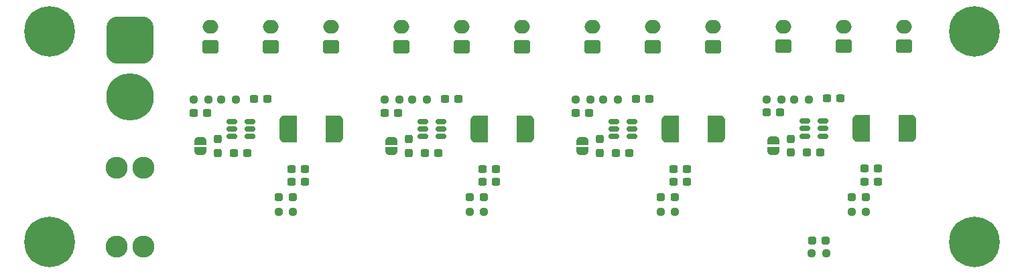
<source format=gts>
G04 #@! TF.GenerationSoftware,KiCad,Pcbnew,(6.0.9)*
G04 #@! TF.CreationDate,2023-02-01T20:08:34-08:00*
G04 #@! TF.ProjectId,regulator_board,72656775-6c61-4746-9f72-5f626f617264,rev?*
G04 #@! TF.SameCoordinates,Original*
G04 #@! TF.FileFunction,Soldermask,Top*
G04 #@! TF.FilePolarity,Negative*
%FSLAX46Y46*%
G04 Gerber Fmt 4.6, Leading zero omitted, Abs format (unit mm)*
G04 Created by KiCad (PCBNEW (6.0.9)) date 2023-02-01 20:08:34*
%MOMM*%
%LPD*%
G01*
G04 APERTURE LIST*
G04 Aperture macros list*
%AMRoundRect*
0 Rectangle with rounded corners*
0 $1 Rounding radius*
0 $2 $3 $4 $5 $6 $7 $8 $9 X,Y pos of 4 corners*
0 Add a 4 corners polygon primitive as box body*
4,1,4,$2,$3,$4,$5,$6,$7,$8,$9,$2,$3,0*
0 Add four circle primitives for the rounded corners*
1,1,$1+$1,$2,$3*
1,1,$1+$1,$4,$5*
1,1,$1+$1,$6,$7*
1,1,$1+$1,$8,$9*
0 Add four rect primitives between the rounded corners*
20,1,$1+$1,$2,$3,$4,$5,0*
20,1,$1+$1,$4,$5,$6,$7,0*
20,1,$1+$1,$6,$7,$8,$9,0*
20,1,$1+$1,$8,$9,$2,$3,0*%
%AMFreePoly0*
4,1,22,0.500000,-0.750000,0.000000,-0.750000,0.000000,-0.745033,-0.079941,-0.743568,-0.215256,-0.701293,-0.333266,-0.622738,-0.424486,-0.514219,-0.481581,-0.384460,-0.499164,-0.250000,-0.500000,-0.250000,-0.500000,0.250000,-0.499164,0.250000,-0.499963,0.256109,-0.478152,0.396186,-0.417904,0.524511,-0.324060,0.630769,-0.204165,0.706417,-0.067858,0.745374,0.000000,0.744959,0.000000,0.750000,
0.500000,0.750000,0.500000,-0.750000,0.500000,-0.750000,$1*%
%AMFreePoly1*
4,1,20,0.000000,0.744959,0.073905,0.744508,0.209726,0.703889,0.328688,0.626782,0.421226,0.519385,0.479903,0.390333,0.500000,0.250000,0.500000,-0.250000,0.499851,-0.262216,0.476331,-0.402017,0.414519,-0.529596,0.319384,-0.634700,0.198574,-0.708877,0.061801,-0.746166,0.000000,-0.745033,0.000000,-0.750000,-0.500000,-0.750000,-0.500000,0.750000,0.000000,0.750000,0.000000,0.744959,
0.000000,0.744959,$1*%
%AMFreePoly2*
4,1,17,-1.075000,1.162500,-1.059485,1.290712,-1.005777,1.426361,-0.917570,1.542570,-0.801361,1.630777,-0.665712,1.684485,-0.537500,1.700000,1.075000,1.700000,1.075000,-1.700000,-0.537500,-1.700000,-0.665712,-1.684485,-0.801361,-1.630777,-0.917570,-1.542570,-1.005777,-1.426361,-1.059485,-1.290712,-1.075000,-1.162500,-1.075000,1.162500,-1.075000,1.162500,$1*%
%AMFreePoly3*
4,1,17,-1.075000,1.700000,0.537500,1.700000,0.665712,1.684485,0.801361,1.630777,0.917570,1.542570,1.005777,1.426361,1.059485,1.290712,1.075000,1.162500,1.075000,-1.162500,1.059485,-1.290712,1.005777,-1.426361,0.917570,-1.542570,0.801361,-1.630777,0.665712,-1.684485,0.537500,-1.700000,-1.075000,-1.700000,-1.075000,1.700000,-1.075000,1.700000,$1*%
G04 Aperture macros list end*
%ADD10RoundRect,0.237500X0.250000X0.237500X-0.250000X0.237500X-0.250000X-0.237500X0.250000X-0.237500X0*%
%ADD11RoundRect,0.237500X-0.300000X-0.237500X0.300000X-0.237500X0.300000X0.237500X-0.300000X0.237500X0*%
%ADD12RoundRect,1.500000X-1.500000X1.500000X-1.500000X-1.500000X1.500000X-1.500000X1.500000X1.500000X0*%
%ADD13C,6.000000*%
%ADD14RoundRect,0.237500X-0.250000X-0.237500X0.250000X-0.237500X0.250000X0.237500X-0.250000X0.237500X0*%
%ADD15RoundRect,0.237500X0.300000X0.237500X-0.300000X0.237500X-0.300000X-0.237500X0.300000X-0.237500X0*%
%ADD16FreePoly0,90.000000*%
%ADD17FreePoly1,90.000000*%
%ADD18RoundRect,0.150000X-0.512500X-0.150000X0.512500X-0.150000X0.512500X0.150000X-0.512500X0.150000X0*%
%ADD19RoundRect,0.250000X0.750000X-0.600000X0.750000X0.600000X-0.750000X0.600000X-0.750000X-0.600000X0*%
%ADD20O,2.000000X1.700000*%
%ADD21RoundRect,0.237500X0.237500X-0.287500X0.237500X0.287500X-0.237500X0.287500X-0.237500X-0.287500X0*%
%ADD22RoundRect,0.237500X0.287500X0.237500X-0.287500X0.237500X-0.287500X-0.237500X0.287500X-0.237500X0*%
%ADD23C,2.780000*%
%ADD24RoundRect,0.237500X-0.287500X-0.237500X0.287500X-0.237500X0.287500X0.237500X-0.287500X0.237500X0*%
%ADD25C,0.800000*%
%ADD26C,6.400000*%
%ADD27FreePoly2,0.000000*%
%ADD28FreePoly3,0.000000*%
G04 APERTURE END LIST*
D10*
X152691500Y-149396750D03*
X150866500Y-149396750D03*
D11*
X77877500Y-136652000D03*
X79602500Y-136652000D03*
D12*
X64770000Y-122340000D03*
D13*
X64770000Y-129540000D03*
D14*
X83542500Y-144145000D03*
X85367500Y-144145000D03*
D15*
X135101500Y-140335000D03*
X133376500Y-140335000D03*
X82142500Y-129794000D03*
X80417500Y-129794000D03*
D16*
X121920000Y-136413000D03*
D17*
X121920000Y-135113000D03*
D14*
X155932500Y-144145000D03*
X157757500Y-144145000D03*
D18*
X125862500Y-132654000D03*
X125862500Y-133604000D03*
X125862500Y-134554000D03*
X128137500Y-134554000D03*
X128137500Y-133604000D03*
X128137500Y-132654000D03*
D14*
X107672500Y-144145000D03*
X109497500Y-144145000D03*
D15*
X86841500Y-138684000D03*
X85116500Y-138684000D03*
D19*
X99060000Y-123190000D03*
D20*
X99060000Y-120690000D03*
D21*
X124079000Y-136638000D03*
X124079000Y-134888000D03*
X75819000Y-136638000D03*
X75819000Y-134888000D03*
D15*
X159231500Y-138644000D03*
X157506500Y-138644000D03*
D19*
X162560000Y-123150000D03*
D20*
X162560000Y-120650000D03*
D19*
X114300000Y-123190000D03*
D20*
X114300000Y-120690000D03*
D11*
X96927500Y-131572000D03*
X98652500Y-131572000D03*
D22*
X152654000Y-147745750D03*
X150904000Y-147745750D03*
D23*
X66470000Y-138550000D03*
X63070000Y-138550000D03*
X63070000Y-148470000D03*
X66470000Y-148470000D03*
D24*
X131840000Y-142240000D03*
X133590000Y-142240000D03*
D19*
X106680000Y-123190000D03*
D20*
X106680000Y-120690000D03*
D16*
X97790000Y-136413000D03*
D17*
X97790000Y-135113000D03*
D25*
X173850000Y-147955000D03*
X173147056Y-146257944D03*
X173147056Y-149652056D03*
D26*
X171450000Y-147955000D03*
D25*
X169050000Y-147955000D03*
X171450000Y-150355000D03*
X171450000Y-145555000D03*
X169752944Y-146257944D03*
X169752944Y-149652056D03*
D19*
X147320000Y-123150000D03*
D20*
X147320000Y-120650000D03*
D27*
X108835000Y-133604000D03*
D28*
X114685000Y-133604000D03*
D19*
X138430000Y-123190000D03*
D20*
X138430000Y-120690000D03*
D19*
X154940000Y-123150000D03*
D20*
X154940000Y-120650000D03*
D15*
X106272500Y-129794000D03*
X104547500Y-129794000D03*
D11*
X102007500Y-136652000D03*
X103732500Y-136652000D03*
D14*
X100433500Y-129921000D03*
X102258500Y-129921000D03*
D25*
X52210000Y-147955000D03*
X56307056Y-146257944D03*
X52912944Y-149652056D03*
X56307056Y-149652056D03*
X54610000Y-150355000D03*
X57010000Y-147955000D03*
X52912944Y-146257944D03*
D26*
X54610000Y-147955000D03*
D25*
X54610000Y-145555000D03*
D11*
X145187500Y-131532000D03*
X146912500Y-131532000D03*
D14*
X121057500Y-129921000D03*
X122882500Y-129921000D03*
D15*
X154532500Y-129754000D03*
X152807500Y-129754000D03*
D11*
X72797500Y-131572000D03*
X74522500Y-131572000D03*
X150267500Y-136612000D03*
X151992500Y-136612000D03*
D15*
X159231500Y-140295000D03*
X157506500Y-140295000D03*
D27*
X84705000Y-133604000D03*
D28*
X90555000Y-133604000D03*
D16*
X73660000Y-136413000D03*
D17*
X73660000Y-135113000D03*
D15*
X135101500Y-138684000D03*
X133376500Y-138684000D03*
D27*
X157095000Y-133564000D03*
D28*
X162945000Y-133564000D03*
D14*
X72797500Y-129921000D03*
X74622500Y-129921000D03*
X124563500Y-129921000D03*
X126388500Y-129921000D03*
D18*
X101732500Y-132654000D03*
X101732500Y-133604000D03*
X101732500Y-134554000D03*
X104007500Y-134554000D03*
X104007500Y-133604000D03*
X104007500Y-132654000D03*
D24*
X107710000Y-142240000D03*
X109460000Y-142240000D03*
D14*
X96927500Y-129921000D03*
X98752500Y-129921000D03*
D25*
X54610000Y-123685000D03*
X56307056Y-122982056D03*
X52912944Y-119587944D03*
X56307056Y-119587944D03*
D26*
X54610000Y-121285000D03*
D25*
X57010000Y-121285000D03*
X52210000Y-121285000D03*
X52912944Y-122982056D03*
X54610000Y-118885000D03*
D14*
X148693500Y-129881000D03*
X150518500Y-129881000D03*
D25*
X169752944Y-119587944D03*
X171450000Y-118885000D03*
X173147056Y-119587944D03*
X169050000Y-121285000D03*
D26*
X171450000Y-121285000D03*
D25*
X169752944Y-122982056D03*
X171450000Y-123685000D03*
X173147056Y-122982056D03*
X173850000Y-121285000D03*
D14*
X131802500Y-144145000D03*
X133627500Y-144145000D03*
X76303500Y-129921000D03*
X78128500Y-129921000D03*
D19*
X123190000Y-123190000D03*
D20*
X123190000Y-120690000D03*
D15*
X86841500Y-140335000D03*
X85116500Y-140335000D03*
D18*
X77602500Y-132654000D03*
X77602500Y-133604000D03*
X77602500Y-134554000D03*
X79877500Y-134554000D03*
X79877500Y-133604000D03*
X79877500Y-132654000D03*
D24*
X83580000Y-142240000D03*
X85330000Y-142240000D03*
D19*
X90170000Y-123190000D03*
D20*
X90170000Y-120690000D03*
D18*
X149992500Y-132614000D03*
X149992500Y-133564000D03*
X149992500Y-134514000D03*
X152267500Y-134514000D03*
X152267500Y-133564000D03*
X152267500Y-132614000D03*
D15*
X130402500Y-129794000D03*
X128677500Y-129794000D03*
D11*
X126137500Y-136652000D03*
X127862500Y-136652000D03*
D19*
X130810000Y-123190000D03*
D20*
X130810000Y-120690000D03*
D19*
X74930000Y-123190000D03*
D20*
X74930000Y-120690000D03*
D15*
X110971500Y-138684000D03*
X109246500Y-138684000D03*
D19*
X82550000Y-123190000D03*
D20*
X82550000Y-120690000D03*
D15*
X110971500Y-140335000D03*
X109246500Y-140335000D03*
D21*
X99949000Y-136638000D03*
X99949000Y-134888000D03*
X148209000Y-136598000D03*
X148209000Y-134848000D03*
D27*
X132965000Y-133604000D03*
D28*
X138815000Y-133604000D03*
D16*
X146050000Y-136373000D03*
D17*
X146050000Y-135073000D03*
D11*
X121057500Y-131572000D03*
X122782500Y-131572000D03*
D24*
X155970000Y-142240000D03*
X157720000Y-142240000D03*
D14*
X145187500Y-129881000D03*
X147012500Y-129881000D03*
M02*

</source>
